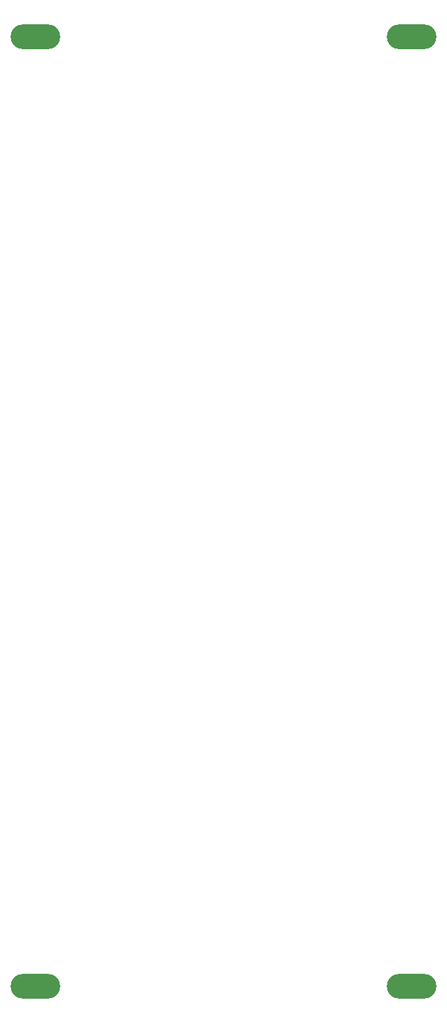
<source format=gbr>
%TF.GenerationSoftware,KiCad,Pcbnew,8.0.4*%
%TF.CreationDate,2024-09-27T18:27:05+01:00*%
%TF.ProjectId,EuroRackPanel-12HP-60mm,4575726f-5261-4636-9b50-616e656c2d31,rev?*%
%TF.SameCoordinates,Original*%
%TF.FileFunction,Soldermask,Top*%
%TF.FilePolarity,Negative*%
%FSLAX46Y46*%
G04 Gerber Fmt 4.6, Leading zero omitted, Abs format (unit mm)*
G04 Created by KiCad (PCBNEW 8.0.4) date 2024-09-27 18:27:05*
%MOMM*%
%LPD*%
G01*
G04 APERTURE LIST*
%ADD10O,6.400000X3.200000*%
G04 APERTURE END LIST*
D10*
%TO.C,H2*%
X56000000Y-175500000D03*
%TD*%
%TO.C,H2*%
X104600000Y-175500000D03*
%TD*%
%TO.C,H1*%
X56000000Y-53000000D03*
%TD*%
%TO.C,H1*%
X104600000Y-53000000D03*
%TD*%
M02*

</source>
